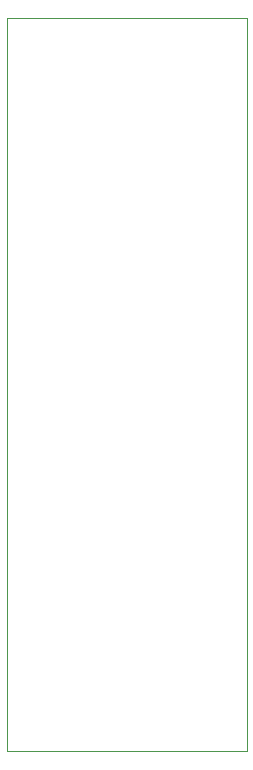
<source format=gbr>
%TF.GenerationSoftware,KiCad,Pcbnew,6.0.8-f2edbf62ab~116~ubuntu20.04.1*%
%TF.CreationDate,2022-11-14T20:45:07+01:00*%
%TF.ProjectId,MIDI_IN,4d494449-5f49-44e2-9e6b-696361645f70,rev?*%
%TF.SameCoordinates,Original*%
%TF.FileFunction,Profile,NP*%
%FSLAX46Y46*%
G04 Gerber Fmt 4.6, Leading zero omitted, Abs format (unit mm)*
G04 Created by KiCad (PCBNEW 6.0.8-f2edbf62ab~116~ubuntu20.04.1) date 2022-11-14 20:45:07*
%MOMM*%
%LPD*%
G01*
G04 APERTURE LIST*
%TA.AperFunction,Profile*%
%ADD10C,0.100000*%
%TD*%
G04 APERTURE END LIST*
D10*
X111760000Y-132003800D02*
X91440000Y-132003800D01*
X91440000Y-132003800D02*
X91440000Y-69977000D01*
X91440000Y-69977000D02*
X111760000Y-69977000D01*
X111760000Y-69977000D02*
X111760000Y-132003800D01*
M02*

</source>
